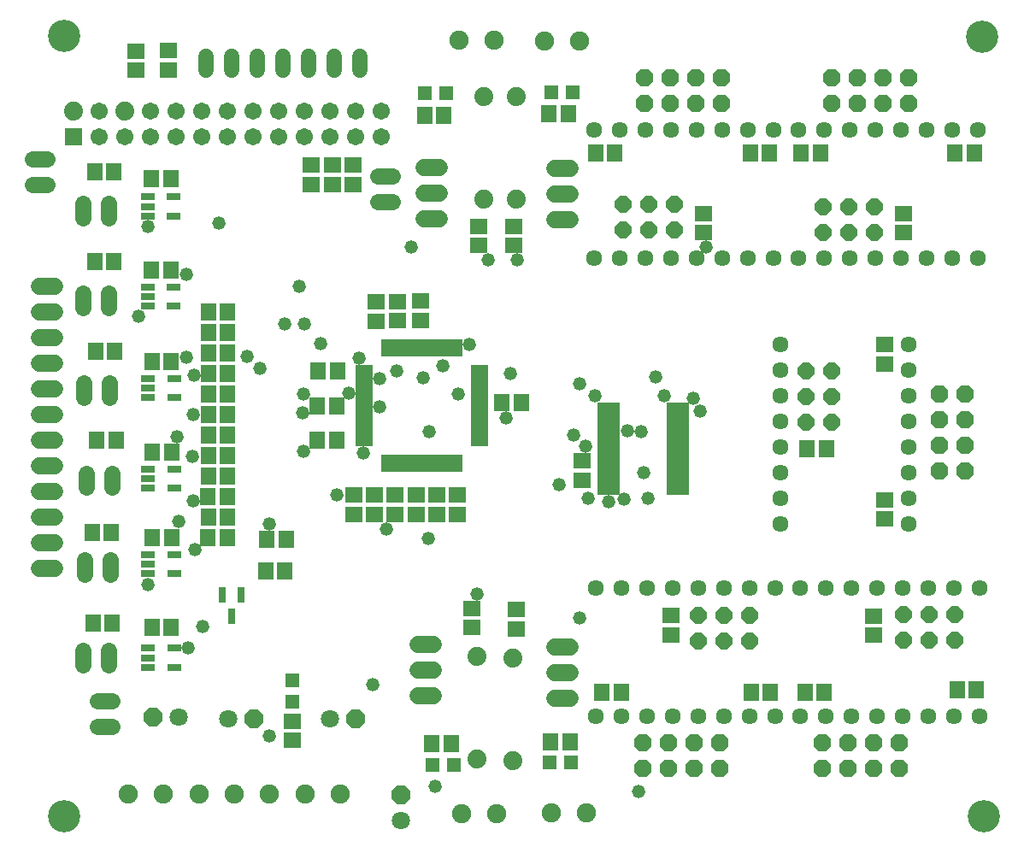
<source format=gts>
G75*
%MOIN*%
%OFA0B0*%
%FSLAX24Y24*%
%IPPOS*%
%LPD*%
%AMOC8*
5,1,8,0,0,1.08239X$1,22.5*
%
%ADD10R,0.0660X0.0190*%
%ADD11R,0.0190X0.0660*%
%ADD12R,0.0674X0.0674*%
%ADD13C,0.0740*%
%ADD14C,0.0674*%
%ADD15C,0.0634*%
%ADD16R,0.0890X0.0250*%
%ADD17R,0.0671X0.0592*%
%ADD18R,0.0592X0.0671*%
%ADD19C,0.0749*%
%ADD20R,0.0580X0.0300*%
%ADD21C,0.0640*%
%ADD22C,0.0680*%
%ADD23R,0.0552X0.0552*%
%ADD24R,0.0300X0.0600*%
%ADD25R,0.0280X0.0600*%
%ADD26C,0.1261*%
%ADD27OC8,0.0710*%
%ADD28C,0.0710*%
%ADD29OC8,0.0640*%
%ADD30OC8,0.0674*%
%ADD31C,0.0600*%
%ADD32C,0.0520*%
D10*
X018277Y016857D03*
X018277Y017057D03*
X018277Y017257D03*
X018277Y017447D03*
X018277Y017647D03*
X018277Y017847D03*
X018277Y018037D03*
X018277Y018237D03*
X018277Y018437D03*
X018277Y018637D03*
X018277Y018827D03*
X018277Y019027D03*
X018277Y019227D03*
X018277Y019417D03*
X018277Y019617D03*
X018277Y019817D03*
X022777Y019817D03*
X022777Y019617D03*
X022777Y019417D03*
X022777Y019227D03*
X022777Y019027D03*
X022777Y018827D03*
X022777Y018637D03*
X022777Y018437D03*
X022777Y018237D03*
X022777Y018037D03*
X022777Y017847D03*
X022777Y017647D03*
X022777Y017447D03*
X022777Y017257D03*
X022777Y017057D03*
X022777Y016857D03*
D11*
X022007Y016087D03*
X021807Y016087D03*
X021607Y016087D03*
X021417Y016087D03*
X021217Y016087D03*
X021017Y016087D03*
X020827Y016087D03*
X020627Y016087D03*
X020427Y016087D03*
X020227Y016087D03*
X020037Y016087D03*
X019837Y016087D03*
X019637Y016087D03*
X019447Y016087D03*
X019247Y016087D03*
X019047Y016087D03*
X019047Y020587D03*
X019247Y020587D03*
X019447Y020587D03*
X019637Y020587D03*
X019837Y020587D03*
X020037Y020587D03*
X020227Y020587D03*
X020427Y020587D03*
X020627Y020587D03*
X020827Y020587D03*
X021017Y020587D03*
X021217Y020587D03*
X021417Y020587D03*
X021607Y020587D03*
X021807Y020587D03*
X022007Y020587D03*
D12*
X006960Y028816D03*
D13*
X006960Y029816D03*
X008960Y029816D03*
X022956Y030393D03*
X024220Y030392D03*
X024220Y026392D03*
X022956Y026393D03*
X022676Y008541D03*
X024073Y008488D03*
X024073Y004488D03*
X022676Y004541D03*
D14*
X018960Y028816D03*
X017960Y028816D03*
X016960Y028816D03*
X015960Y028816D03*
X014960Y028816D03*
X013960Y028816D03*
X012960Y028816D03*
X011960Y028816D03*
X010960Y028816D03*
X009960Y028816D03*
X008960Y028816D03*
X007960Y028816D03*
X007960Y029816D03*
X009960Y029816D03*
X010960Y029816D03*
X011960Y029816D03*
X012960Y029816D03*
X013960Y029816D03*
X014960Y029816D03*
X015960Y029816D03*
X016960Y029816D03*
X017960Y029816D03*
X018960Y029816D03*
D15*
X027247Y029075D03*
X028247Y029075D03*
X029247Y029075D03*
X030247Y029075D03*
X031247Y029075D03*
X032247Y029075D03*
X033247Y029075D03*
X034247Y029075D03*
X035208Y029075D03*
X036208Y029075D03*
X037208Y029075D03*
X038208Y029075D03*
X039208Y029075D03*
X040208Y029075D03*
X041208Y029075D03*
X042208Y029075D03*
X042208Y024075D03*
X041208Y024075D03*
X040208Y024075D03*
X039208Y024075D03*
X038208Y024075D03*
X037208Y024075D03*
X036208Y024075D03*
X035208Y024075D03*
X034247Y024075D03*
X033247Y024075D03*
X032247Y024075D03*
X031247Y024075D03*
X030247Y024075D03*
X029247Y024075D03*
X028247Y024075D03*
X027247Y024075D03*
X034497Y020715D03*
X034497Y019715D03*
X034497Y018715D03*
X034497Y017715D03*
X034497Y016715D03*
X034497Y015715D03*
X034497Y014715D03*
X034497Y013715D03*
X034306Y011217D03*
X035269Y011217D03*
X036269Y011217D03*
X037269Y011217D03*
X038269Y011217D03*
X039269Y011217D03*
X040269Y011217D03*
X041269Y011217D03*
X042269Y011217D03*
X039497Y013715D03*
X039497Y014715D03*
X039497Y015715D03*
X039497Y016715D03*
X039497Y017715D03*
X039497Y018715D03*
X039497Y019715D03*
X039497Y020715D03*
X033306Y011217D03*
X032306Y011217D03*
X031306Y011217D03*
X030306Y011217D03*
X029306Y011217D03*
X028306Y011217D03*
X027306Y011217D03*
X027306Y006217D03*
X028306Y006217D03*
X029306Y006217D03*
X030306Y006217D03*
X031306Y006217D03*
X032306Y006217D03*
X033306Y006217D03*
X034306Y006217D03*
X035269Y006217D03*
X036269Y006217D03*
X037269Y006217D03*
X038269Y006217D03*
X039269Y006217D03*
X040269Y006217D03*
X041269Y006217D03*
X042269Y006217D03*
D16*
X030505Y014993D03*
X030505Y015243D03*
X030505Y015503D03*
X030505Y015753D03*
X030505Y016013D03*
X030505Y016273D03*
X030505Y016523D03*
X030505Y016783D03*
X030505Y017033D03*
X030505Y017293D03*
X030505Y017553D03*
X030505Y017803D03*
X030505Y018063D03*
X030505Y018313D03*
X027805Y018313D03*
X027805Y018063D03*
X027805Y017803D03*
X027805Y017553D03*
X027805Y017293D03*
X027805Y017033D03*
X027805Y016783D03*
X027805Y016523D03*
X027805Y016273D03*
X027805Y016013D03*
X027805Y015753D03*
X027805Y015503D03*
X027805Y015243D03*
X027805Y014993D03*
D17*
X026777Y015424D03*
X026777Y016172D03*
X021913Y014843D03*
X021913Y014095D03*
X021111Y014096D03*
X021111Y014844D03*
X020300Y014844D03*
X020300Y014096D03*
X019490Y014097D03*
X019490Y014845D03*
X018681Y014844D03*
X017879Y014843D03*
X017879Y014095D03*
X018681Y014096D03*
X022470Y010429D03*
X022470Y009680D03*
X024206Y009625D03*
X024206Y010373D03*
X030258Y010134D03*
X030258Y009386D03*
X038132Y009367D03*
X038132Y010115D03*
X038580Y013914D03*
X038580Y014662D03*
X038596Y019956D03*
X038596Y020704D03*
X039328Y025075D03*
X039328Y025823D03*
X031499Y025821D03*
X031499Y025073D03*
X024100Y025332D03*
X024100Y024584D03*
X022759Y024582D03*
X022759Y025330D03*
X020496Y022403D03*
X020496Y021655D03*
X019586Y021637D03*
X018731Y021621D03*
X018731Y022369D03*
X019586Y022385D03*
X017863Y026965D03*
X017863Y027713D03*
X017045Y027709D03*
X017045Y026961D03*
X016226Y026964D03*
X016226Y027712D03*
X010633Y031430D03*
X010633Y032178D03*
X009368Y032152D03*
X009368Y031403D03*
X015473Y006025D03*
X015473Y005277D03*
D18*
X020924Y005140D03*
X021672Y005140D03*
X025561Y005230D03*
X026310Y005230D03*
X027549Y007162D03*
X028297Y007162D03*
X033380Y007148D03*
X034128Y007148D03*
X035481Y007147D03*
X036229Y007147D03*
X041402Y007239D03*
X042150Y007239D03*
X036311Y016658D03*
X035563Y016658D03*
X024398Y018448D03*
X023650Y018448D03*
X017209Y018322D03*
X016461Y018322D03*
X016453Y016978D03*
X017201Y016978D03*
X017233Y019675D03*
X016485Y019675D03*
X012951Y019583D03*
X012203Y019583D03*
X012203Y018784D03*
X012951Y018784D03*
X012949Y017989D03*
X012201Y017989D03*
X012198Y017189D03*
X012946Y017189D03*
X012946Y016392D03*
X012198Y016392D03*
X012197Y015585D03*
X012945Y015585D03*
X012944Y014785D03*
X012196Y014785D03*
X012197Y013981D03*
X012945Y013981D03*
X012944Y013184D03*
X012196Y013184D03*
X010766Y013179D03*
X010018Y013179D03*
X008424Y013373D03*
X007676Y013373D03*
X010017Y016512D03*
X010766Y016512D03*
X008601Y016968D03*
X007853Y016968D03*
X010015Y020046D03*
X010763Y020046D03*
X012202Y020381D03*
X012950Y020381D03*
X012950Y021180D03*
X012202Y021180D03*
X012207Y021980D03*
X012955Y021980D03*
X010737Y023625D03*
X009989Y023625D03*
X008514Y023965D03*
X007765Y023965D03*
X009995Y027169D03*
X010743Y027169D03*
X008517Y027462D03*
X007769Y027462D03*
X007803Y020443D03*
X008551Y020443D03*
X014486Y013101D03*
X015234Y013101D03*
X015185Y011898D03*
X014437Y011898D03*
X010756Y009695D03*
X010008Y009695D03*
X008445Y009853D03*
X007697Y009853D03*
X027305Y028177D03*
X028053Y028177D03*
X026234Y029700D03*
X025486Y029700D03*
X021386Y029649D03*
X020638Y029649D03*
X033333Y028170D03*
X034081Y028170D03*
X035324Y028176D03*
X036072Y028176D03*
X041325Y028196D03*
X042073Y028196D03*
D19*
X026692Y032547D03*
X025314Y032547D03*
X023342Y032567D03*
X021964Y032567D03*
X017347Y003194D03*
X015969Y003194D03*
X014591Y003194D03*
X013213Y003194D03*
X011835Y003194D03*
X010457Y003194D03*
X009079Y003194D03*
X022077Y002431D03*
X023455Y002431D03*
X025582Y002446D03*
X026960Y002446D03*
D20*
X010876Y008128D03*
X010876Y008868D03*
X009856Y008868D03*
X009856Y008498D03*
X009856Y008128D03*
X009856Y011770D03*
X009856Y012140D03*
X009856Y012510D03*
X010876Y012510D03*
X010876Y011770D03*
X010873Y015106D03*
X010873Y015846D03*
X009853Y015846D03*
X009853Y015476D03*
X009853Y015106D03*
X009851Y018644D03*
X009851Y019014D03*
X009851Y019384D03*
X010871Y019384D03*
X010871Y018644D03*
X010859Y022216D03*
X010859Y022956D03*
X009839Y022956D03*
X009839Y022586D03*
X009839Y022216D03*
X009830Y025729D03*
X009830Y026099D03*
X009830Y026469D03*
X010850Y026469D03*
X010850Y025729D03*
D21*
X008314Y025666D02*
X008314Y026226D01*
X007314Y026226D02*
X007314Y025666D01*
X005911Y026933D02*
X005351Y026933D01*
X005351Y027933D02*
X005911Y027933D01*
X007311Y022716D02*
X007311Y022156D01*
X008311Y022156D02*
X008311Y022716D01*
X008359Y019224D02*
X008359Y018664D01*
X007359Y018664D02*
X007359Y019224D01*
X007433Y015693D02*
X007433Y015133D01*
X008433Y015133D02*
X008433Y015693D01*
X008374Y012324D02*
X008374Y011764D01*
X007374Y011764D02*
X007374Y012324D01*
X007321Y008784D02*
X007321Y008224D01*
X008321Y008224D02*
X008321Y008784D01*
X008448Y006824D02*
X007888Y006824D01*
X007888Y005824D02*
X008448Y005824D01*
X018810Y026299D02*
X019370Y026299D01*
X019370Y027299D02*
X018810Y027299D01*
D22*
X020626Y027621D02*
X021226Y027621D01*
X021226Y026621D02*
X020626Y026621D01*
X020626Y025621D02*
X021226Y025621D01*
X025699Y025598D02*
X026299Y025598D01*
X026299Y026598D02*
X025699Y026598D01*
X025699Y027598D02*
X026299Y027598D01*
X006227Y022986D02*
X005627Y022986D01*
X005627Y021986D02*
X006227Y021986D01*
X006227Y020986D02*
X005627Y020986D01*
X005627Y019986D02*
X006227Y019986D01*
X006227Y018986D02*
X005627Y018986D01*
X005627Y017986D02*
X006227Y017986D01*
X006227Y016986D02*
X005627Y016986D01*
X005627Y015986D02*
X006227Y015986D01*
X006227Y014986D02*
X005627Y014986D01*
X005627Y013986D02*
X006227Y013986D01*
X006227Y012986D02*
X005627Y012986D01*
X005627Y011986D02*
X006227Y011986D01*
X020381Y009011D02*
X020981Y009011D01*
X020981Y008011D02*
X020381Y008011D01*
X020381Y007011D02*
X020981Y007011D01*
X025715Y006928D02*
X026315Y006928D01*
X026315Y007928D02*
X025715Y007928D01*
X025715Y008928D02*
X026315Y008928D01*
D23*
X026352Y004430D03*
X025526Y004430D03*
X021779Y004332D03*
X020952Y004332D03*
X015472Y006787D03*
X015472Y007614D03*
X020653Y030508D03*
X021480Y030508D03*
X025592Y030564D03*
X026419Y030564D03*
D24*
X013476Y010965D03*
X012736Y010965D03*
D25*
X013106Y010105D03*
D26*
X006574Y002306D03*
X042440Y002306D03*
X042366Y032728D03*
X006574Y032740D03*
D27*
X010041Y006175D03*
X013983Y006114D03*
X017956Y006129D03*
X019702Y003136D03*
D28*
X019702Y002136D03*
X016956Y006129D03*
X012983Y006114D03*
X011041Y006175D03*
D29*
X031317Y009136D03*
X031317Y010136D03*
X032317Y010136D03*
X033317Y010136D03*
X033317Y009136D03*
X032317Y009136D03*
X039302Y009191D03*
X040302Y009191D03*
X041302Y009191D03*
X041302Y010191D03*
X040302Y010191D03*
X039302Y010191D03*
X036517Y017667D03*
X035517Y017667D03*
X035517Y018667D03*
X036517Y018667D03*
X036517Y019667D03*
X035517Y019667D03*
X036192Y025070D03*
X037192Y025070D03*
X038192Y025070D03*
X038192Y026070D03*
X037192Y026070D03*
X036192Y026070D03*
X030373Y026193D03*
X030373Y025193D03*
X029373Y025193D03*
X028373Y025193D03*
X028373Y026193D03*
X029373Y026193D03*
D30*
X029213Y030102D03*
X029213Y031102D03*
X030213Y031102D03*
X030213Y030102D03*
X031213Y030102D03*
X031213Y031102D03*
X032213Y031102D03*
X032213Y030102D03*
X036518Y030130D03*
X037518Y030130D03*
X038518Y030130D03*
X039518Y030130D03*
X039518Y031130D03*
X038518Y031130D03*
X037518Y031130D03*
X036518Y031130D03*
X040709Y018785D03*
X041709Y018785D03*
X041709Y017785D03*
X040709Y017785D03*
X040709Y016785D03*
X040709Y015785D03*
X041709Y015785D03*
X041709Y016785D03*
X039146Y005175D03*
X038146Y005175D03*
X037146Y005175D03*
X036146Y005175D03*
X036146Y004175D03*
X037146Y004175D03*
X038146Y004175D03*
X039146Y004175D03*
X032162Y004174D03*
X032162Y005174D03*
X031162Y005174D03*
X030162Y005174D03*
X029162Y005174D03*
X029162Y004174D03*
X030162Y004174D03*
X031162Y004174D03*
D31*
X018118Y031431D02*
X018118Y031951D01*
X017118Y031951D02*
X017118Y031431D01*
X016118Y031431D02*
X016118Y031951D01*
X015118Y031951D02*
X015118Y031431D01*
X014118Y031431D02*
X014118Y031951D01*
X013118Y031951D02*
X013118Y031431D01*
X012118Y031431D02*
X012118Y031951D01*
D32*
X012609Y025433D03*
X011353Y023444D03*
X009471Y021806D03*
X011349Y020208D03*
X011639Y019501D03*
X011615Y017987D03*
X010986Y017128D03*
X011573Y016363D03*
X011601Y014613D03*
X011041Y013826D03*
X011676Y012718D03*
X009830Y011358D03*
X011991Y009712D03*
X011428Y008870D03*
X014574Y005450D03*
X018601Y007441D03*
X022689Y010989D03*
X020774Y013145D03*
X019140Y013503D03*
X017209Y014839D03*
X018253Y016489D03*
X018869Y018270D03*
X018893Y019373D03*
X019538Y019681D03*
X020568Y019407D03*
X021347Y019872D03*
X021946Y018786D03*
X020803Y017307D03*
X023817Y017842D03*
X023978Y019569D03*
X022380Y020710D03*
X023122Y024019D03*
X024238Y024028D03*
X020128Y024512D03*
X015753Y022998D03*
X015957Y021513D03*
X015175Y021504D03*
X016582Y020761D03*
X018069Y020181D03*
X017685Y018823D03*
X015921Y018784D03*
X015894Y018059D03*
X015903Y016549D03*
X014590Y013703D03*
X014213Y019777D03*
X013727Y020241D03*
X009841Y025309D03*
X025878Y015262D03*
X027008Y014716D03*
X027825Y014599D03*
X028412Y014680D03*
X029357Y014712D03*
X029170Y015709D03*
X029084Y017310D03*
X028547Y017344D03*
X026911Y016758D03*
X026459Y017195D03*
X027270Y018709D03*
X026680Y019190D03*
X029642Y019461D03*
X029970Y018700D03*
X031114Y018630D03*
X031364Y018131D03*
X031628Y024511D03*
X026687Y010053D03*
X028985Y003294D03*
X021058Y003489D03*
M02*

</source>
